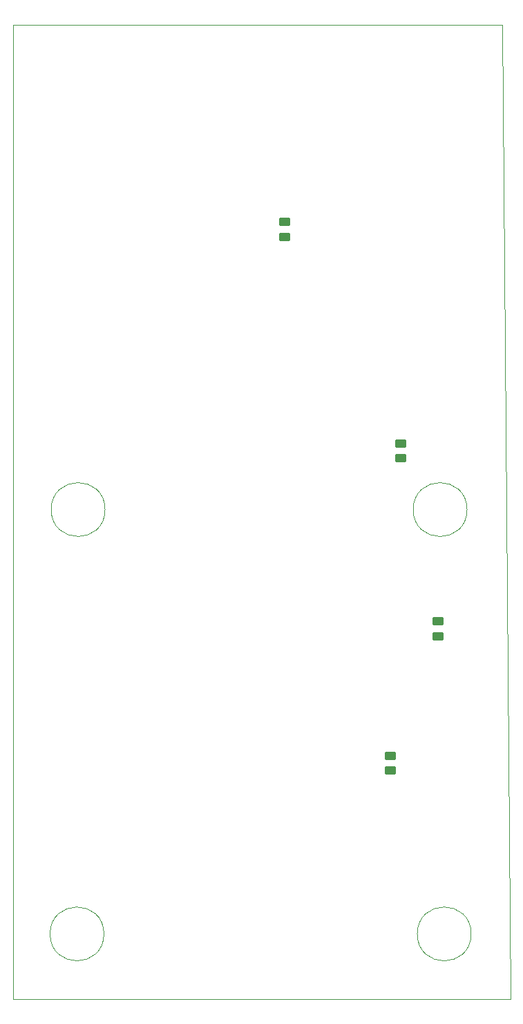
<source format=gbr>
%TF.GenerationSoftware,KiCad,Pcbnew,(6.0.11)*%
%TF.CreationDate,2023-06-04T20:58:31-05:00*%
%TF.ProjectId,Payload-Hard,5061796c-6f61-4642-9d48-6172642e6b69,V1*%
%TF.SameCoordinates,Original*%
%TF.FileFunction,Paste,Bot*%
%TF.FilePolarity,Positive*%
%FSLAX46Y46*%
G04 Gerber Fmt 4.6, Leading zero omitted, Abs format (unit mm)*
G04 Created by KiCad (PCBNEW (6.0.11)) date 2023-06-04 20:58:31*
%MOMM*%
%LPD*%
G01*
G04 APERTURE LIST*
G04 Aperture macros list*
%AMRoundRect*
0 Rectangle with rounded corners*
0 $1 Rounding radius*
0 $2 $3 $4 $5 $6 $7 $8 $9 X,Y pos of 4 corners*
0 Add a 4 corners polygon primitive as box body*
4,1,4,$2,$3,$4,$5,$6,$7,$8,$9,$2,$3,0*
0 Add four circle primitives for the rounded corners*
1,1,$1+$1,$2,$3*
1,1,$1+$1,$4,$5*
1,1,$1+$1,$6,$7*
1,1,$1+$1,$8,$9*
0 Add four rect primitives between the rounded corners*
20,1,$1+$1,$2,$3,$4,$5,0*
20,1,$1+$1,$4,$5,$6,$7,0*
20,1,$1+$1,$6,$7,$8,$9,0*
20,1,$1+$1,$8,$9,$2,$3,0*%
G04 Aperture macros list end*
%TA.AperFunction,Profile*%
%ADD10C,0.100000*%
%TD*%
%ADD11RoundRect,0.250000X0.450000X-0.262500X0.450000X0.262500X-0.450000X0.262500X-0.450000X-0.262500X0*%
%ADD12RoundRect,0.250000X-0.450000X0.262500X-0.450000X-0.262500X0.450000X-0.262500X0.450000X0.262500X0*%
G04 APERTURE END LIST*
D10*
X159800000Y-94940000D02*
G75*
G03*
X159800000Y-94940000I-3300000J0D01*
G01*
X164140000Y-35560000D02*
X165100000Y-154940000D01*
X115440000Y-94940000D02*
G75*
G03*
X115440000Y-94940000I-3300000J0D01*
G01*
X165100000Y-154940000D02*
X104140000Y-154940000D01*
X116840001Y-114300000D02*
G75*
G03*
X116840001Y-114300000I-1J0D01*
G01*
X104140000Y-154940000D02*
X104140000Y-35560000D01*
X104140000Y-35560000D02*
X164140000Y-35560000D01*
X160300000Y-146940000D02*
G75*
G03*
X160300000Y-146940000I-3300000J0D01*
G01*
X115300000Y-146940000D02*
G75*
G03*
X115300000Y-146940000I-3300000J0D01*
G01*
D11*
%TO.C,R107*%
X156250000Y-110472500D03*
X156250000Y-108647500D03*
%TD*%
%TO.C,R103*%
X137414000Y-61539500D03*
X137414000Y-59714500D03*
%TD*%
D12*
%TO.C,C102*%
X151638000Y-86821000D03*
X151638000Y-88646000D03*
%TD*%
%TO.C,R102*%
X150400000Y-125087500D03*
X150400000Y-126912500D03*
%TD*%
M02*

</source>
